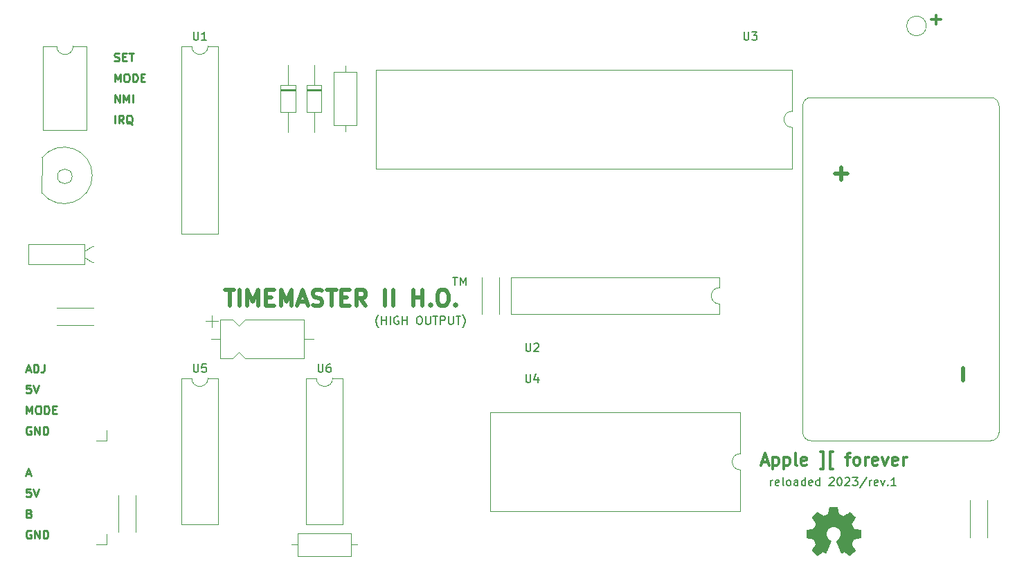
<source format=gbr>
%TF.GenerationSoftware,KiCad,Pcbnew,7.0.5-0*%
%TF.CreationDate,2023-06-19T18:26:53+02:00*%
%TF.ProjectId,Apple TimeMaster - reloaded,4170706c-6520-4546-996d-654d61737465,rev?*%
%TF.SameCoordinates,Original*%
%TF.FileFunction,Legend,Top*%
%TF.FilePolarity,Positive*%
%FSLAX46Y46*%
G04 Gerber Fmt 4.6, Leading zero omitted, Abs format (unit mm)*
G04 Created by KiCad (PCBNEW 7.0.5-0) date 2023-06-19 18:26:53*
%MOMM*%
%LPD*%
G01*
G04 APERTURE LIST*
%ADD10C,0.250000*%
%ADD11C,0.300000*%
%ADD12C,0.500000*%
%ADD13C,0.150000*%
%ADD14C,0.375000*%
%ADD15C,0.120000*%
%ADD16C,0.100000*%
%ADD17C,0.010000*%
G04 APERTURE END LIST*
D10*
X91159949Y-63952000D02*
X91302806Y-63999619D01*
X91302806Y-63999619D02*
X91540901Y-63999619D01*
X91540901Y-63999619D02*
X91636139Y-63952000D01*
X91636139Y-63952000D02*
X91683758Y-63904380D01*
X91683758Y-63904380D02*
X91731377Y-63809142D01*
X91731377Y-63809142D02*
X91731377Y-63713904D01*
X91731377Y-63713904D02*
X91683758Y-63618666D01*
X91683758Y-63618666D02*
X91636139Y-63571047D01*
X91636139Y-63571047D02*
X91540901Y-63523428D01*
X91540901Y-63523428D02*
X91350425Y-63475809D01*
X91350425Y-63475809D02*
X91255187Y-63428190D01*
X91255187Y-63428190D02*
X91207568Y-63380571D01*
X91207568Y-63380571D02*
X91159949Y-63285333D01*
X91159949Y-63285333D02*
X91159949Y-63190095D01*
X91159949Y-63190095D02*
X91207568Y-63094857D01*
X91207568Y-63094857D02*
X91255187Y-63047238D01*
X91255187Y-63047238D02*
X91350425Y-62999619D01*
X91350425Y-62999619D02*
X91588520Y-62999619D01*
X91588520Y-62999619D02*
X91731377Y-63047238D01*
X92159949Y-63475809D02*
X92493282Y-63475809D01*
X92636139Y-63999619D02*
X92159949Y-63999619D01*
X92159949Y-63999619D02*
X92159949Y-62999619D01*
X92159949Y-62999619D02*
X92636139Y-62999619D01*
X92921854Y-62999619D02*
X93493282Y-62999619D01*
X93207568Y-63999619D02*
X93207568Y-62999619D01*
X80936377Y-121467238D02*
X80841139Y-121419619D01*
X80841139Y-121419619D02*
X80698282Y-121419619D01*
X80698282Y-121419619D02*
X80555425Y-121467238D01*
X80555425Y-121467238D02*
X80460187Y-121562476D01*
X80460187Y-121562476D02*
X80412568Y-121657714D01*
X80412568Y-121657714D02*
X80364949Y-121848190D01*
X80364949Y-121848190D02*
X80364949Y-121991047D01*
X80364949Y-121991047D02*
X80412568Y-122181523D01*
X80412568Y-122181523D02*
X80460187Y-122276761D01*
X80460187Y-122276761D02*
X80555425Y-122372000D01*
X80555425Y-122372000D02*
X80698282Y-122419619D01*
X80698282Y-122419619D02*
X80793520Y-122419619D01*
X80793520Y-122419619D02*
X80936377Y-122372000D01*
X80936377Y-122372000D02*
X80983996Y-122324380D01*
X80983996Y-122324380D02*
X80983996Y-121991047D01*
X80983996Y-121991047D02*
X80793520Y-121991047D01*
X81412568Y-122419619D02*
X81412568Y-121419619D01*
X81412568Y-121419619D02*
X81983996Y-122419619D01*
X81983996Y-122419619D02*
X81983996Y-121419619D01*
X82460187Y-122419619D02*
X82460187Y-121419619D01*
X82460187Y-121419619D02*
X82698282Y-121419619D01*
X82698282Y-121419619D02*
X82841139Y-121467238D01*
X82841139Y-121467238D02*
X82936377Y-121562476D01*
X82936377Y-121562476D02*
X82983996Y-121657714D01*
X82983996Y-121657714D02*
X83031615Y-121848190D01*
X83031615Y-121848190D02*
X83031615Y-121991047D01*
X83031615Y-121991047D02*
X82983996Y-122181523D01*
X82983996Y-122181523D02*
X82936377Y-122276761D01*
X82936377Y-122276761D02*
X82841139Y-122372000D01*
X82841139Y-122372000D02*
X82698282Y-122419619D01*
X82698282Y-122419619D02*
X82460187Y-122419619D01*
X80936377Y-108767238D02*
X80841139Y-108719619D01*
X80841139Y-108719619D02*
X80698282Y-108719619D01*
X80698282Y-108719619D02*
X80555425Y-108767238D01*
X80555425Y-108767238D02*
X80460187Y-108862476D01*
X80460187Y-108862476D02*
X80412568Y-108957714D01*
X80412568Y-108957714D02*
X80364949Y-109148190D01*
X80364949Y-109148190D02*
X80364949Y-109291047D01*
X80364949Y-109291047D02*
X80412568Y-109481523D01*
X80412568Y-109481523D02*
X80460187Y-109576761D01*
X80460187Y-109576761D02*
X80555425Y-109672000D01*
X80555425Y-109672000D02*
X80698282Y-109719619D01*
X80698282Y-109719619D02*
X80793520Y-109719619D01*
X80793520Y-109719619D02*
X80936377Y-109672000D01*
X80936377Y-109672000D02*
X80983996Y-109624380D01*
X80983996Y-109624380D02*
X80983996Y-109291047D01*
X80983996Y-109291047D02*
X80793520Y-109291047D01*
X81412568Y-109719619D02*
X81412568Y-108719619D01*
X81412568Y-108719619D02*
X81983996Y-109719619D01*
X81983996Y-109719619D02*
X81983996Y-108719619D01*
X82460187Y-109719619D02*
X82460187Y-108719619D01*
X82460187Y-108719619D02*
X82698282Y-108719619D01*
X82698282Y-108719619D02*
X82841139Y-108767238D01*
X82841139Y-108767238D02*
X82936377Y-108862476D01*
X82936377Y-108862476D02*
X82983996Y-108957714D01*
X82983996Y-108957714D02*
X83031615Y-109148190D01*
X83031615Y-109148190D02*
X83031615Y-109291047D01*
X83031615Y-109291047D02*
X82983996Y-109481523D01*
X82983996Y-109481523D02*
X82936377Y-109576761D01*
X82936377Y-109576761D02*
X82841139Y-109672000D01*
X82841139Y-109672000D02*
X82698282Y-109719619D01*
X82698282Y-109719619D02*
X82460187Y-109719619D01*
X80364949Y-101813904D02*
X80841139Y-101813904D01*
X80269711Y-102099619D02*
X80603044Y-101099619D01*
X80603044Y-101099619D02*
X80936377Y-102099619D01*
X81269711Y-102099619D02*
X81269711Y-101099619D01*
X81269711Y-101099619D02*
X81507806Y-101099619D01*
X81507806Y-101099619D02*
X81650663Y-101147238D01*
X81650663Y-101147238D02*
X81745901Y-101242476D01*
X81745901Y-101242476D02*
X81793520Y-101337714D01*
X81793520Y-101337714D02*
X81841139Y-101528190D01*
X81841139Y-101528190D02*
X81841139Y-101671047D01*
X81841139Y-101671047D02*
X81793520Y-101861523D01*
X81793520Y-101861523D02*
X81745901Y-101956761D01*
X81745901Y-101956761D02*
X81650663Y-102052000D01*
X81650663Y-102052000D02*
X81507806Y-102099619D01*
X81507806Y-102099619D02*
X81269711Y-102099619D01*
X82555425Y-101099619D02*
X82555425Y-101813904D01*
X82555425Y-101813904D02*
X82507806Y-101956761D01*
X82507806Y-101956761D02*
X82412568Y-102052000D01*
X82412568Y-102052000D02*
X82269711Y-102099619D01*
X82269711Y-102099619D02*
X82174473Y-102099619D01*
X91207568Y-66539619D02*
X91207568Y-65539619D01*
X91207568Y-65539619D02*
X91540901Y-66253904D01*
X91540901Y-66253904D02*
X91874234Y-65539619D01*
X91874234Y-65539619D02*
X91874234Y-66539619D01*
X92540901Y-65539619D02*
X92731377Y-65539619D01*
X92731377Y-65539619D02*
X92826615Y-65587238D01*
X92826615Y-65587238D02*
X92921853Y-65682476D01*
X92921853Y-65682476D02*
X92969472Y-65872952D01*
X92969472Y-65872952D02*
X92969472Y-66206285D01*
X92969472Y-66206285D02*
X92921853Y-66396761D01*
X92921853Y-66396761D02*
X92826615Y-66492000D01*
X92826615Y-66492000D02*
X92731377Y-66539619D01*
X92731377Y-66539619D02*
X92540901Y-66539619D01*
X92540901Y-66539619D02*
X92445663Y-66492000D01*
X92445663Y-66492000D02*
X92350425Y-66396761D01*
X92350425Y-66396761D02*
X92302806Y-66206285D01*
X92302806Y-66206285D02*
X92302806Y-65872952D01*
X92302806Y-65872952D02*
X92350425Y-65682476D01*
X92350425Y-65682476D02*
X92445663Y-65587238D01*
X92445663Y-65587238D02*
X92540901Y-65539619D01*
X93398044Y-66539619D02*
X93398044Y-65539619D01*
X93398044Y-65539619D02*
X93636139Y-65539619D01*
X93636139Y-65539619D02*
X93778996Y-65587238D01*
X93778996Y-65587238D02*
X93874234Y-65682476D01*
X93874234Y-65682476D02*
X93921853Y-65777714D01*
X93921853Y-65777714D02*
X93969472Y-65968190D01*
X93969472Y-65968190D02*
X93969472Y-66111047D01*
X93969472Y-66111047D02*
X93921853Y-66301523D01*
X93921853Y-66301523D02*
X93874234Y-66396761D01*
X93874234Y-66396761D02*
X93778996Y-66492000D01*
X93778996Y-66492000D02*
X93636139Y-66539619D01*
X93636139Y-66539619D02*
X93398044Y-66539619D01*
X94398044Y-66015809D02*
X94731377Y-66015809D01*
X94874234Y-66539619D02*
X94398044Y-66539619D01*
X94398044Y-66539619D02*
X94398044Y-65539619D01*
X94398044Y-65539619D02*
X94874234Y-65539619D01*
D11*
X191054510Y-58919400D02*
X192197368Y-58919400D01*
X191625939Y-59490828D02*
X191625939Y-58347971D01*
D10*
X80888758Y-103639619D02*
X80412568Y-103639619D01*
X80412568Y-103639619D02*
X80364949Y-104115809D01*
X80364949Y-104115809D02*
X80412568Y-104068190D01*
X80412568Y-104068190D02*
X80507806Y-104020571D01*
X80507806Y-104020571D02*
X80745901Y-104020571D01*
X80745901Y-104020571D02*
X80841139Y-104068190D01*
X80841139Y-104068190D02*
X80888758Y-104115809D01*
X80888758Y-104115809D02*
X80936377Y-104211047D01*
X80936377Y-104211047D02*
X80936377Y-104449142D01*
X80936377Y-104449142D02*
X80888758Y-104544380D01*
X80888758Y-104544380D02*
X80841139Y-104592000D01*
X80841139Y-104592000D02*
X80745901Y-104639619D01*
X80745901Y-104639619D02*
X80507806Y-104639619D01*
X80507806Y-104639619D02*
X80412568Y-104592000D01*
X80412568Y-104592000D02*
X80364949Y-104544380D01*
X81222092Y-103639619D02*
X81555425Y-104639619D01*
X81555425Y-104639619D02*
X81888758Y-103639619D01*
X91207568Y-71619619D02*
X91207568Y-70619619D01*
X92255186Y-71619619D02*
X91921853Y-71143428D01*
X91683758Y-71619619D02*
X91683758Y-70619619D01*
X91683758Y-70619619D02*
X92064710Y-70619619D01*
X92064710Y-70619619D02*
X92159948Y-70667238D01*
X92159948Y-70667238D02*
X92207567Y-70714857D01*
X92207567Y-70714857D02*
X92255186Y-70810095D01*
X92255186Y-70810095D02*
X92255186Y-70952952D01*
X92255186Y-70952952D02*
X92207567Y-71048190D01*
X92207567Y-71048190D02*
X92159948Y-71095809D01*
X92159948Y-71095809D02*
X92064710Y-71143428D01*
X92064710Y-71143428D02*
X91683758Y-71143428D01*
X93350424Y-71714857D02*
X93255186Y-71667238D01*
X93255186Y-71667238D02*
X93159948Y-71572000D01*
X93159948Y-71572000D02*
X93017091Y-71429142D01*
X93017091Y-71429142D02*
X92921853Y-71381523D01*
X92921853Y-71381523D02*
X92826615Y-71381523D01*
X92874234Y-71619619D02*
X92778996Y-71572000D01*
X92778996Y-71572000D02*
X92683758Y-71476761D01*
X92683758Y-71476761D02*
X92636139Y-71286285D01*
X92636139Y-71286285D02*
X92636139Y-70952952D01*
X92636139Y-70952952D02*
X92683758Y-70762476D01*
X92683758Y-70762476D02*
X92778996Y-70667238D01*
X92778996Y-70667238D02*
X92874234Y-70619619D01*
X92874234Y-70619619D02*
X93064710Y-70619619D01*
X93064710Y-70619619D02*
X93159948Y-70667238D01*
X93159948Y-70667238D02*
X93255186Y-70762476D01*
X93255186Y-70762476D02*
X93302805Y-70952952D01*
X93302805Y-70952952D02*
X93302805Y-71286285D01*
X93302805Y-71286285D02*
X93255186Y-71476761D01*
X93255186Y-71476761D02*
X93159948Y-71572000D01*
X93159948Y-71572000D02*
X93064710Y-71619619D01*
X93064710Y-71619619D02*
X92874234Y-71619619D01*
X80888758Y-116339619D02*
X80412568Y-116339619D01*
X80412568Y-116339619D02*
X80364949Y-116815809D01*
X80364949Y-116815809D02*
X80412568Y-116768190D01*
X80412568Y-116768190D02*
X80507806Y-116720571D01*
X80507806Y-116720571D02*
X80745901Y-116720571D01*
X80745901Y-116720571D02*
X80841139Y-116768190D01*
X80841139Y-116768190D02*
X80888758Y-116815809D01*
X80888758Y-116815809D02*
X80936377Y-116911047D01*
X80936377Y-116911047D02*
X80936377Y-117149142D01*
X80936377Y-117149142D02*
X80888758Y-117244380D01*
X80888758Y-117244380D02*
X80841139Y-117292000D01*
X80841139Y-117292000D02*
X80745901Y-117339619D01*
X80745901Y-117339619D02*
X80507806Y-117339619D01*
X80507806Y-117339619D02*
X80412568Y-117292000D01*
X80412568Y-117292000D02*
X80364949Y-117244380D01*
X81222092Y-116339619D02*
X81555425Y-117339619D01*
X81555425Y-117339619D02*
X81888758Y-116339619D01*
X91207568Y-69079619D02*
X91207568Y-68079619D01*
X91207568Y-68079619D02*
X91778996Y-69079619D01*
X91778996Y-69079619D02*
X91778996Y-68079619D01*
X92255187Y-69079619D02*
X92255187Y-68079619D01*
X92255187Y-68079619D02*
X92588520Y-68793904D01*
X92588520Y-68793904D02*
X92921853Y-68079619D01*
X92921853Y-68079619D02*
X92921853Y-69079619D01*
X93398044Y-69079619D02*
X93398044Y-68079619D01*
X80745901Y-119355809D02*
X80888758Y-119403428D01*
X80888758Y-119403428D02*
X80936377Y-119451047D01*
X80936377Y-119451047D02*
X80983996Y-119546285D01*
X80983996Y-119546285D02*
X80983996Y-119689142D01*
X80983996Y-119689142D02*
X80936377Y-119784380D01*
X80936377Y-119784380D02*
X80888758Y-119832000D01*
X80888758Y-119832000D02*
X80793520Y-119879619D01*
X80793520Y-119879619D02*
X80412568Y-119879619D01*
X80412568Y-119879619D02*
X80412568Y-118879619D01*
X80412568Y-118879619D02*
X80745901Y-118879619D01*
X80745901Y-118879619D02*
X80841139Y-118927238D01*
X80841139Y-118927238D02*
X80888758Y-118974857D01*
X80888758Y-118974857D02*
X80936377Y-119070095D01*
X80936377Y-119070095D02*
X80936377Y-119165333D01*
X80936377Y-119165333D02*
X80888758Y-119260571D01*
X80888758Y-119260571D02*
X80841139Y-119308190D01*
X80841139Y-119308190D02*
X80745901Y-119355809D01*
X80745901Y-119355809D02*
X80412568Y-119355809D01*
D12*
X104659423Y-91963238D02*
X105802280Y-91963238D01*
X105230851Y-93963238D02*
X105230851Y-91963238D01*
X106468947Y-93963238D02*
X106468947Y-91963238D01*
X107421328Y-93963238D02*
X107421328Y-91963238D01*
X107421328Y-91963238D02*
X108087995Y-93391809D01*
X108087995Y-93391809D02*
X108754661Y-91963238D01*
X108754661Y-91963238D02*
X108754661Y-93963238D01*
X109707042Y-92915619D02*
X110373709Y-92915619D01*
X110659423Y-93963238D02*
X109707042Y-93963238D01*
X109707042Y-93963238D02*
X109707042Y-91963238D01*
X109707042Y-91963238D02*
X110659423Y-91963238D01*
X111516566Y-93963238D02*
X111516566Y-91963238D01*
X111516566Y-91963238D02*
X112183233Y-93391809D01*
X112183233Y-93391809D02*
X112849899Y-91963238D01*
X112849899Y-91963238D02*
X112849899Y-93963238D01*
X113707042Y-93391809D02*
X114659423Y-93391809D01*
X113516566Y-93963238D02*
X114183232Y-91963238D01*
X114183232Y-91963238D02*
X114849899Y-93963238D01*
X115421328Y-93868000D02*
X115707042Y-93963238D01*
X115707042Y-93963238D02*
X116183233Y-93963238D01*
X116183233Y-93963238D02*
X116373709Y-93868000D01*
X116373709Y-93868000D02*
X116468947Y-93772761D01*
X116468947Y-93772761D02*
X116564185Y-93582285D01*
X116564185Y-93582285D02*
X116564185Y-93391809D01*
X116564185Y-93391809D02*
X116468947Y-93201333D01*
X116468947Y-93201333D02*
X116373709Y-93106095D01*
X116373709Y-93106095D02*
X116183233Y-93010857D01*
X116183233Y-93010857D02*
X115802280Y-92915619D01*
X115802280Y-92915619D02*
X115611804Y-92820380D01*
X115611804Y-92820380D02*
X115516566Y-92725142D01*
X115516566Y-92725142D02*
X115421328Y-92534666D01*
X115421328Y-92534666D02*
X115421328Y-92344190D01*
X115421328Y-92344190D02*
X115516566Y-92153714D01*
X115516566Y-92153714D02*
X115611804Y-92058476D01*
X115611804Y-92058476D02*
X115802280Y-91963238D01*
X115802280Y-91963238D02*
X116278471Y-91963238D01*
X116278471Y-91963238D02*
X116564185Y-92058476D01*
X117135614Y-91963238D02*
X118278471Y-91963238D01*
X117707042Y-93963238D02*
X117707042Y-91963238D01*
X118945138Y-92915619D02*
X119611805Y-92915619D01*
X119897519Y-93963238D02*
X118945138Y-93963238D01*
X118945138Y-93963238D02*
X118945138Y-91963238D01*
X118945138Y-91963238D02*
X119897519Y-91963238D01*
X121897519Y-93963238D02*
X121230852Y-93010857D01*
X120754662Y-93963238D02*
X120754662Y-91963238D01*
X120754662Y-91963238D02*
X121516567Y-91963238D01*
X121516567Y-91963238D02*
X121707043Y-92058476D01*
X121707043Y-92058476D02*
X121802281Y-92153714D01*
X121802281Y-92153714D02*
X121897519Y-92344190D01*
X121897519Y-92344190D02*
X121897519Y-92629904D01*
X121897519Y-92629904D02*
X121802281Y-92820380D01*
X121802281Y-92820380D02*
X121707043Y-92915619D01*
X121707043Y-92915619D02*
X121516567Y-93010857D01*
X121516567Y-93010857D02*
X120754662Y-93010857D01*
X124278472Y-93963238D02*
X124278472Y-91963238D01*
X125230853Y-93963238D02*
X125230853Y-91963238D01*
X127707044Y-93963238D02*
X127707044Y-91963238D01*
X127707044Y-92915619D02*
X128849901Y-92915619D01*
X128849901Y-93963238D02*
X128849901Y-91963238D01*
X129802282Y-93772761D02*
X129897520Y-93868000D01*
X129897520Y-93868000D02*
X129802282Y-93963238D01*
X129802282Y-93963238D02*
X129707044Y-93868000D01*
X129707044Y-93868000D02*
X129802282Y-93772761D01*
X129802282Y-93772761D02*
X129802282Y-93963238D01*
X131135615Y-91963238D02*
X131516568Y-91963238D01*
X131516568Y-91963238D02*
X131707044Y-92058476D01*
X131707044Y-92058476D02*
X131897520Y-92248952D01*
X131897520Y-92248952D02*
X131992758Y-92629904D01*
X131992758Y-92629904D02*
X131992758Y-93296571D01*
X131992758Y-93296571D02*
X131897520Y-93677523D01*
X131897520Y-93677523D02*
X131707044Y-93868000D01*
X131707044Y-93868000D02*
X131516568Y-93963238D01*
X131516568Y-93963238D02*
X131135615Y-93963238D01*
X131135615Y-93963238D02*
X130945139Y-93868000D01*
X130945139Y-93868000D02*
X130754663Y-93677523D01*
X130754663Y-93677523D02*
X130659425Y-93296571D01*
X130659425Y-93296571D02*
X130659425Y-92629904D01*
X130659425Y-92629904D02*
X130754663Y-92248952D01*
X130754663Y-92248952D02*
X130945139Y-92058476D01*
X130945139Y-92058476D02*
X131135615Y-91963238D01*
X132849901Y-93772761D02*
X132945139Y-93868000D01*
X132945139Y-93868000D02*
X132849901Y-93963238D01*
X132849901Y-93963238D02*
X132754663Y-93868000D01*
X132754663Y-93868000D02*
X132849901Y-93772761D01*
X132849901Y-93772761D02*
X132849901Y-93963238D01*
D13*
X123452493Y-96590771D02*
X123404874Y-96543152D01*
X123404874Y-96543152D02*
X123309636Y-96400295D01*
X123309636Y-96400295D02*
X123262017Y-96305057D01*
X123262017Y-96305057D02*
X123214398Y-96162200D01*
X123214398Y-96162200D02*
X123166779Y-95924104D01*
X123166779Y-95924104D02*
X123166779Y-95733628D01*
X123166779Y-95733628D02*
X123214398Y-95495533D01*
X123214398Y-95495533D02*
X123262017Y-95352676D01*
X123262017Y-95352676D02*
X123309636Y-95257438D01*
X123309636Y-95257438D02*
X123404874Y-95114580D01*
X123404874Y-95114580D02*
X123452493Y-95066961D01*
X123833446Y-96209819D02*
X123833446Y-95209819D01*
X123833446Y-95686009D02*
X124404874Y-95686009D01*
X124404874Y-96209819D02*
X124404874Y-95209819D01*
X124881065Y-96209819D02*
X124881065Y-95209819D01*
X125881064Y-95257438D02*
X125785826Y-95209819D01*
X125785826Y-95209819D02*
X125642969Y-95209819D01*
X125642969Y-95209819D02*
X125500112Y-95257438D01*
X125500112Y-95257438D02*
X125404874Y-95352676D01*
X125404874Y-95352676D02*
X125357255Y-95447914D01*
X125357255Y-95447914D02*
X125309636Y-95638390D01*
X125309636Y-95638390D02*
X125309636Y-95781247D01*
X125309636Y-95781247D02*
X125357255Y-95971723D01*
X125357255Y-95971723D02*
X125404874Y-96066961D01*
X125404874Y-96066961D02*
X125500112Y-96162200D01*
X125500112Y-96162200D02*
X125642969Y-96209819D01*
X125642969Y-96209819D02*
X125738207Y-96209819D01*
X125738207Y-96209819D02*
X125881064Y-96162200D01*
X125881064Y-96162200D02*
X125928683Y-96114580D01*
X125928683Y-96114580D02*
X125928683Y-95781247D01*
X125928683Y-95781247D02*
X125738207Y-95781247D01*
X126357255Y-96209819D02*
X126357255Y-95209819D01*
X126357255Y-95686009D02*
X126928683Y-95686009D01*
X126928683Y-96209819D02*
X126928683Y-95209819D01*
X128357255Y-95209819D02*
X128547731Y-95209819D01*
X128547731Y-95209819D02*
X128642969Y-95257438D01*
X128642969Y-95257438D02*
X128738207Y-95352676D01*
X128738207Y-95352676D02*
X128785826Y-95543152D01*
X128785826Y-95543152D02*
X128785826Y-95876485D01*
X128785826Y-95876485D02*
X128738207Y-96066961D01*
X128738207Y-96066961D02*
X128642969Y-96162200D01*
X128642969Y-96162200D02*
X128547731Y-96209819D01*
X128547731Y-96209819D02*
X128357255Y-96209819D01*
X128357255Y-96209819D02*
X128262017Y-96162200D01*
X128262017Y-96162200D02*
X128166779Y-96066961D01*
X128166779Y-96066961D02*
X128119160Y-95876485D01*
X128119160Y-95876485D02*
X128119160Y-95543152D01*
X128119160Y-95543152D02*
X128166779Y-95352676D01*
X128166779Y-95352676D02*
X128262017Y-95257438D01*
X128262017Y-95257438D02*
X128357255Y-95209819D01*
X129214398Y-95209819D02*
X129214398Y-96019342D01*
X129214398Y-96019342D02*
X129262017Y-96114580D01*
X129262017Y-96114580D02*
X129309636Y-96162200D01*
X129309636Y-96162200D02*
X129404874Y-96209819D01*
X129404874Y-96209819D02*
X129595350Y-96209819D01*
X129595350Y-96209819D02*
X129690588Y-96162200D01*
X129690588Y-96162200D02*
X129738207Y-96114580D01*
X129738207Y-96114580D02*
X129785826Y-96019342D01*
X129785826Y-96019342D02*
X129785826Y-95209819D01*
X130119160Y-95209819D02*
X130690588Y-95209819D01*
X130404874Y-96209819D02*
X130404874Y-95209819D01*
X131023922Y-96209819D02*
X131023922Y-95209819D01*
X131023922Y-95209819D02*
X131404874Y-95209819D01*
X131404874Y-95209819D02*
X131500112Y-95257438D01*
X131500112Y-95257438D02*
X131547731Y-95305057D01*
X131547731Y-95305057D02*
X131595350Y-95400295D01*
X131595350Y-95400295D02*
X131595350Y-95543152D01*
X131595350Y-95543152D02*
X131547731Y-95638390D01*
X131547731Y-95638390D02*
X131500112Y-95686009D01*
X131500112Y-95686009D02*
X131404874Y-95733628D01*
X131404874Y-95733628D02*
X131023922Y-95733628D01*
X132023922Y-95209819D02*
X132023922Y-96019342D01*
X132023922Y-96019342D02*
X132071541Y-96114580D01*
X132071541Y-96114580D02*
X132119160Y-96162200D01*
X132119160Y-96162200D02*
X132214398Y-96209819D01*
X132214398Y-96209819D02*
X132404874Y-96209819D01*
X132404874Y-96209819D02*
X132500112Y-96162200D01*
X132500112Y-96162200D02*
X132547731Y-96114580D01*
X132547731Y-96114580D02*
X132595350Y-96019342D01*
X132595350Y-96019342D02*
X132595350Y-95209819D01*
X132928684Y-95209819D02*
X133500112Y-95209819D01*
X133214398Y-96209819D02*
X133214398Y-95209819D01*
X133738208Y-96590771D02*
X133785827Y-96543152D01*
X133785827Y-96543152D02*
X133881065Y-96400295D01*
X133881065Y-96400295D02*
X133928684Y-96305057D01*
X133928684Y-96305057D02*
X133976303Y-96162200D01*
X133976303Y-96162200D02*
X134023922Y-95924104D01*
X134023922Y-95924104D02*
X134023922Y-95733628D01*
X134023922Y-95733628D02*
X133976303Y-95495533D01*
X133976303Y-95495533D02*
X133928684Y-95352676D01*
X133928684Y-95352676D02*
X133881065Y-95257438D01*
X133881065Y-95257438D02*
X133785827Y-95114580D01*
X133785827Y-95114580D02*
X133738208Y-95066961D01*
D10*
X80412568Y-107179619D02*
X80412568Y-106179619D01*
X80412568Y-106179619D02*
X80745901Y-106893904D01*
X80745901Y-106893904D02*
X81079234Y-106179619D01*
X81079234Y-106179619D02*
X81079234Y-107179619D01*
X81745901Y-106179619D02*
X81936377Y-106179619D01*
X81936377Y-106179619D02*
X82031615Y-106227238D01*
X82031615Y-106227238D02*
X82126853Y-106322476D01*
X82126853Y-106322476D02*
X82174472Y-106512952D01*
X82174472Y-106512952D02*
X82174472Y-106846285D01*
X82174472Y-106846285D02*
X82126853Y-107036761D01*
X82126853Y-107036761D02*
X82031615Y-107132000D01*
X82031615Y-107132000D02*
X81936377Y-107179619D01*
X81936377Y-107179619D02*
X81745901Y-107179619D01*
X81745901Y-107179619D02*
X81650663Y-107132000D01*
X81650663Y-107132000D02*
X81555425Y-107036761D01*
X81555425Y-107036761D02*
X81507806Y-106846285D01*
X81507806Y-106846285D02*
X81507806Y-106512952D01*
X81507806Y-106512952D02*
X81555425Y-106322476D01*
X81555425Y-106322476D02*
X81650663Y-106227238D01*
X81650663Y-106227238D02*
X81745901Y-106179619D01*
X82603044Y-107179619D02*
X82603044Y-106179619D01*
X82603044Y-106179619D02*
X82841139Y-106179619D01*
X82841139Y-106179619D02*
X82983996Y-106227238D01*
X82983996Y-106227238D02*
X83079234Y-106322476D01*
X83079234Y-106322476D02*
X83126853Y-106417714D01*
X83126853Y-106417714D02*
X83174472Y-106608190D01*
X83174472Y-106608190D02*
X83174472Y-106751047D01*
X83174472Y-106751047D02*
X83126853Y-106941523D01*
X83126853Y-106941523D02*
X83079234Y-107036761D01*
X83079234Y-107036761D02*
X82983996Y-107132000D01*
X82983996Y-107132000D02*
X82841139Y-107179619D01*
X82841139Y-107179619D02*
X82603044Y-107179619D01*
X83603044Y-106655809D02*
X83936377Y-106655809D01*
X84079234Y-107179619D02*
X83603044Y-107179619D01*
X83603044Y-107179619D02*
X83603044Y-106179619D01*
X83603044Y-106179619D02*
X84079234Y-106179619D01*
D13*
X171405779Y-115947819D02*
X171405779Y-115281152D01*
X171405779Y-115471628D02*
X171453398Y-115376390D01*
X171453398Y-115376390D02*
X171501017Y-115328771D01*
X171501017Y-115328771D02*
X171596255Y-115281152D01*
X171596255Y-115281152D02*
X171691493Y-115281152D01*
X172405779Y-115900200D02*
X172310541Y-115947819D01*
X172310541Y-115947819D02*
X172120065Y-115947819D01*
X172120065Y-115947819D02*
X172024827Y-115900200D01*
X172024827Y-115900200D02*
X171977208Y-115804961D01*
X171977208Y-115804961D02*
X171977208Y-115424009D01*
X171977208Y-115424009D02*
X172024827Y-115328771D01*
X172024827Y-115328771D02*
X172120065Y-115281152D01*
X172120065Y-115281152D02*
X172310541Y-115281152D01*
X172310541Y-115281152D02*
X172405779Y-115328771D01*
X172405779Y-115328771D02*
X172453398Y-115424009D01*
X172453398Y-115424009D02*
X172453398Y-115519247D01*
X172453398Y-115519247D02*
X171977208Y-115614485D01*
X173024827Y-115947819D02*
X172929589Y-115900200D01*
X172929589Y-115900200D02*
X172881970Y-115804961D01*
X172881970Y-115804961D02*
X172881970Y-114947819D01*
X173548637Y-115947819D02*
X173453399Y-115900200D01*
X173453399Y-115900200D02*
X173405780Y-115852580D01*
X173405780Y-115852580D02*
X173358161Y-115757342D01*
X173358161Y-115757342D02*
X173358161Y-115471628D01*
X173358161Y-115471628D02*
X173405780Y-115376390D01*
X173405780Y-115376390D02*
X173453399Y-115328771D01*
X173453399Y-115328771D02*
X173548637Y-115281152D01*
X173548637Y-115281152D02*
X173691494Y-115281152D01*
X173691494Y-115281152D02*
X173786732Y-115328771D01*
X173786732Y-115328771D02*
X173834351Y-115376390D01*
X173834351Y-115376390D02*
X173881970Y-115471628D01*
X173881970Y-115471628D02*
X173881970Y-115757342D01*
X173881970Y-115757342D02*
X173834351Y-115852580D01*
X173834351Y-115852580D02*
X173786732Y-115900200D01*
X173786732Y-115900200D02*
X173691494Y-115947819D01*
X173691494Y-115947819D02*
X173548637Y-115947819D01*
X174739113Y-115947819D02*
X174739113Y-115424009D01*
X174739113Y-115424009D02*
X174691494Y-115328771D01*
X174691494Y-115328771D02*
X174596256Y-115281152D01*
X174596256Y-115281152D02*
X174405780Y-115281152D01*
X174405780Y-115281152D02*
X174310542Y-115328771D01*
X174739113Y-115900200D02*
X174643875Y-115947819D01*
X174643875Y-115947819D02*
X174405780Y-115947819D01*
X174405780Y-115947819D02*
X174310542Y-115900200D01*
X174310542Y-115900200D02*
X174262923Y-115804961D01*
X174262923Y-115804961D02*
X174262923Y-115709723D01*
X174262923Y-115709723D02*
X174310542Y-115614485D01*
X174310542Y-115614485D02*
X174405780Y-115566866D01*
X174405780Y-115566866D02*
X174643875Y-115566866D01*
X174643875Y-115566866D02*
X174739113Y-115519247D01*
X175643875Y-115947819D02*
X175643875Y-114947819D01*
X175643875Y-115900200D02*
X175548637Y-115947819D01*
X175548637Y-115947819D02*
X175358161Y-115947819D01*
X175358161Y-115947819D02*
X175262923Y-115900200D01*
X175262923Y-115900200D02*
X175215304Y-115852580D01*
X175215304Y-115852580D02*
X175167685Y-115757342D01*
X175167685Y-115757342D02*
X175167685Y-115471628D01*
X175167685Y-115471628D02*
X175215304Y-115376390D01*
X175215304Y-115376390D02*
X175262923Y-115328771D01*
X175262923Y-115328771D02*
X175358161Y-115281152D01*
X175358161Y-115281152D02*
X175548637Y-115281152D01*
X175548637Y-115281152D02*
X175643875Y-115328771D01*
X176501018Y-115900200D02*
X176405780Y-115947819D01*
X176405780Y-115947819D02*
X176215304Y-115947819D01*
X176215304Y-115947819D02*
X176120066Y-115900200D01*
X176120066Y-115900200D02*
X176072447Y-115804961D01*
X176072447Y-115804961D02*
X176072447Y-115424009D01*
X176072447Y-115424009D02*
X176120066Y-115328771D01*
X176120066Y-115328771D02*
X176215304Y-115281152D01*
X176215304Y-115281152D02*
X176405780Y-115281152D01*
X176405780Y-115281152D02*
X176501018Y-115328771D01*
X176501018Y-115328771D02*
X176548637Y-115424009D01*
X176548637Y-115424009D02*
X176548637Y-115519247D01*
X176548637Y-115519247D02*
X176072447Y-115614485D01*
X177405780Y-115947819D02*
X177405780Y-114947819D01*
X177405780Y-115900200D02*
X177310542Y-115947819D01*
X177310542Y-115947819D02*
X177120066Y-115947819D01*
X177120066Y-115947819D02*
X177024828Y-115900200D01*
X177024828Y-115900200D02*
X176977209Y-115852580D01*
X176977209Y-115852580D02*
X176929590Y-115757342D01*
X176929590Y-115757342D02*
X176929590Y-115471628D01*
X176929590Y-115471628D02*
X176977209Y-115376390D01*
X176977209Y-115376390D02*
X177024828Y-115328771D01*
X177024828Y-115328771D02*
X177120066Y-115281152D01*
X177120066Y-115281152D02*
X177310542Y-115281152D01*
X177310542Y-115281152D02*
X177405780Y-115328771D01*
X178596257Y-115043057D02*
X178643876Y-114995438D01*
X178643876Y-114995438D02*
X178739114Y-114947819D01*
X178739114Y-114947819D02*
X178977209Y-114947819D01*
X178977209Y-114947819D02*
X179072447Y-114995438D01*
X179072447Y-114995438D02*
X179120066Y-115043057D01*
X179120066Y-115043057D02*
X179167685Y-115138295D01*
X179167685Y-115138295D02*
X179167685Y-115233533D01*
X179167685Y-115233533D02*
X179120066Y-115376390D01*
X179120066Y-115376390D02*
X178548638Y-115947819D01*
X178548638Y-115947819D02*
X179167685Y-115947819D01*
X179786733Y-114947819D02*
X179881971Y-114947819D01*
X179881971Y-114947819D02*
X179977209Y-114995438D01*
X179977209Y-114995438D02*
X180024828Y-115043057D01*
X180024828Y-115043057D02*
X180072447Y-115138295D01*
X180072447Y-115138295D02*
X180120066Y-115328771D01*
X180120066Y-115328771D02*
X180120066Y-115566866D01*
X180120066Y-115566866D02*
X180072447Y-115757342D01*
X180072447Y-115757342D02*
X180024828Y-115852580D01*
X180024828Y-115852580D02*
X179977209Y-115900200D01*
X179977209Y-115900200D02*
X179881971Y-115947819D01*
X179881971Y-115947819D02*
X179786733Y-115947819D01*
X179786733Y-115947819D02*
X179691495Y-115900200D01*
X179691495Y-115900200D02*
X179643876Y-115852580D01*
X179643876Y-115852580D02*
X179596257Y-115757342D01*
X179596257Y-115757342D02*
X179548638Y-115566866D01*
X179548638Y-115566866D02*
X179548638Y-115328771D01*
X179548638Y-115328771D02*
X179596257Y-115138295D01*
X179596257Y-115138295D02*
X179643876Y-115043057D01*
X179643876Y-115043057D02*
X179691495Y-114995438D01*
X179691495Y-114995438D02*
X179786733Y-114947819D01*
X180501019Y-115043057D02*
X180548638Y-114995438D01*
X180548638Y-114995438D02*
X180643876Y-114947819D01*
X180643876Y-114947819D02*
X180881971Y-114947819D01*
X180881971Y-114947819D02*
X180977209Y-114995438D01*
X180977209Y-114995438D02*
X181024828Y-115043057D01*
X181024828Y-115043057D02*
X181072447Y-115138295D01*
X181072447Y-115138295D02*
X181072447Y-115233533D01*
X181072447Y-115233533D02*
X181024828Y-115376390D01*
X181024828Y-115376390D02*
X180453400Y-115947819D01*
X180453400Y-115947819D02*
X181072447Y-115947819D01*
X181405781Y-114947819D02*
X182024828Y-114947819D01*
X182024828Y-114947819D02*
X181691495Y-115328771D01*
X181691495Y-115328771D02*
X181834352Y-115328771D01*
X181834352Y-115328771D02*
X181929590Y-115376390D01*
X181929590Y-115376390D02*
X181977209Y-115424009D01*
X181977209Y-115424009D02*
X182024828Y-115519247D01*
X182024828Y-115519247D02*
X182024828Y-115757342D01*
X182024828Y-115757342D02*
X181977209Y-115852580D01*
X181977209Y-115852580D02*
X181929590Y-115900200D01*
X181929590Y-115900200D02*
X181834352Y-115947819D01*
X181834352Y-115947819D02*
X181548638Y-115947819D01*
X181548638Y-115947819D02*
X181453400Y-115900200D01*
X181453400Y-115900200D02*
X181405781Y-115852580D01*
X183167685Y-114900200D02*
X182310543Y-116185914D01*
X183501019Y-115947819D02*
X183501019Y-115281152D01*
X183501019Y-115471628D02*
X183548638Y-115376390D01*
X183548638Y-115376390D02*
X183596257Y-115328771D01*
X183596257Y-115328771D02*
X183691495Y-115281152D01*
X183691495Y-115281152D02*
X183786733Y-115281152D01*
X184501019Y-115900200D02*
X184405781Y-115947819D01*
X184405781Y-115947819D02*
X184215305Y-115947819D01*
X184215305Y-115947819D02*
X184120067Y-115900200D01*
X184120067Y-115900200D02*
X184072448Y-115804961D01*
X184072448Y-115804961D02*
X184072448Y-115424009D01*
X184072448Y-115424009D02*
X184120067Y-115328771D01*
X184120067Y-115328771D02*
X184215305Y-115281152D01*
X184215305Y-115281152D02*
X184405781Y-115281152D01*
X184405781Y-115281152D02*
X184501019Y-115328771D01*
X184501019Y-115328771D02*
X184548638Y-115424009D01*
X184548638Y-115424009D02*
X184548638Y-115519247D01*
X184548638Y-115519247D02*
X184072448Y-115614485D01*
X184881972Y-115281152D02*
X185120067Y-115947819D01*
X185120067Y-115947819D02*
X185358162Y-115281152D01*
X185739115Y-115852580D02*
X185786734Y-115900200D01*
X185786734Y-115900200D02*
X185739115Y-115947819D01*
X185739115Y-115947819D02*
X185691496Y-115900200D01*
X185691496Y-115900200D02*
X185739115Y-115852580D01*
X185739115Y-115852580D02*
X185739115Y-115947819D01*
X186739114Y-115947819D02*
X186167686Y-115947819D01*
X186453400Y-115947819D02*
X186453400Y-114947819D01*
X186453400Y-114947819D02*
X186358162Y-115090676D01*
X186358162Y-115090676D02*
X186262924Y-115185914D01*
X186262924Y-115185914D02*
X186167686Y-115233533D01*
D10*
X80364949Y-114513904D02*
X80841139Y-114513904D01*
X80269711Y-114799619D02*
X80603044Y-113799619D01*
X80603044Y-113799619D02*
X80936377Y-114799619D01*
D14*
X170331424Y-113033357D02*
X171045710Y-113033357D01*
X170188567Y-113461928D02*
X170688567Y-111961928D01*
X170688567Y-111961928D02*
X171188567Y-113461928D01*
X171688566Y-112461928D02*
X171688566Y-113961928D01*
X171688566Y-112533357D02*
X171831424Y-112461928D01*
X171831424Y-112461928D02*
X172117138Y-112461928D01*
X172117138Y-112461928D02*
X172259995Y-112533357D01*
X172259995Y-112533357D02*
X172331424Y-112604785D01*
X172331424Y-112604785D02*
X172402852Y-112747642D01*
X172402852Y-112747642D02*
X172402852Y-113176214D01*
X172402852Y-113176214D02*
X172331424Y-113319071D01*
X172331424Y-113319071D02*
X172259995Y-113390500D01*
X172259995Y-113390500D02*
X172117138Y-113461928D01*
X172117138Y-113461928D02*
X171831424Y-113461928D01*
X171831424Y-113461928D02*
X171688566Y-113390500D01*
X173045709Y-112461928D02*
X173045709Y-113961928D01*
X173045709Y-112533357D02*
X173188567Y-112461928D01*
X173188567Y-112461928D02*
X173474281Y-112461928D01*
X173474281Y-112461928D02*
X173617138Y-112533357D01*
X173617138Y-112533357D02*
X173688567Y-112604785D01*
X173688567Y-112604785D02*
X173759995Y-112747642D01*
X173759995Y-112747642D02*
X173759995Y-113176214D01*
X173759995Y-113176214D02*
X173688567Y-113319071D01*
X173688567Y-113319071D02*
X173617138Y-113390500D01*
X173617138Y-113390500D02*
X173474281Y-113461928D01*
X173474281Y-113461928D02*
X173188567Y-113461928D01*
X173188567Y-113461928D02*
X173045709Y-113390500D01*
X174617138Y-113461928D02*
X174474281Y-113390500D01*
X174474281Y-113390500D02*
X174402852Y-113247642D01*
X174402852Y-113247642D02*
X174402852Y-111961928D01*
X175759995Y-113390500D02*
X175617138Y-113461928D01*
X175617138Y-113461928D02*
X175331424Y-113461928D01*
X175331424Y-113461928D02*
X175188566Y-113390500D01*
X175188566Y-113390500D02*
X175117138Y-113247642D01*
X175117138Y-113247642D02*
X175117138Y-112676214D01*
X175117138Y-112676214D02*
X175188566Y-112533357D01*
X175188566Y-112533357D02*
X175331424Y-112461928D01*
X175331424Y-112461928D02*
X175617138Y-112461928D01*
X175617138Y-112461928D02*
X175759995Y-112533357D01*
X175759995Y-112533357D02*
X175831424Y-112676214D01*
X175831424Y-112676214D02*
X175831424Y-112819071D01*
X175831424Y-112819071D02*
X175117138Y-112961928D01*
X177474280Y-113961928D02*
X177831423Y-113961928D01*
X177831423Y-113961928D02*
X177831423Y-111819071D01*
X177831423Y-111819071D02*
X177474280Y-111819071D01*
X179045709Y-113961928D02*
X178688566Y-113961928D01*
X178688566Y-113961928D02*
X178688566Y-111819071D01*
X178688566Y-111819071D02*
X179045709Y-111819071D01*
X180545709Y-112461928D02*
X181117137Y-112461928D01*
X180759994Y-113461928D02*
X180759994Y-112176214D01*
X180759994Y-112176214D02*
X180831423Y-112033357D01*
X180831423Y-112033357D02*
X180974280Y-111961928D01*
X180974280Y-111961928D02*
X181117137Y-111961928D01*
X181831423Y-113461928D02*
X181688566Y-113390500D01*
X181688566Y-113390500D02*
X181617137Y-113319071D01*
X181617137Y-113319071D02*
X181545709Y-113176214D01*
X181545709Y-113176214D02*
X181545709Y-112747642D01*
X181545709Y-112747642D02*
X181617137Y-112604785D01*
X181617137Y-112604785D02*
X181688566Y-112533357D01*
X181688566Y-112533357D02*
X181831423Y-112461928D01*
X181831423Y-112461928D02*
X182045709Y-112461928D01*
X182045709Y-112461928D02*
X182188566Y-112533357D01*
X182188566Y-112533357D02*
X182259995Y-112604785D01*
X182259995Y-112604785D02*
X182331423Y-112747642D01*
X182331423Y-112747642D02*
X182331423Y-113176214D01*
X182331423Y-113176214D02*
X182259995Y-113319071D01*
X182259995Y-113319071D02*
X182188566Y-113390500D01*
X182188566Y-113390500D02*
X182045709Y-113461928D01*
X182045709Y-113461928D02*
X181831423Y-113461928D01*
X182974280Y-113461928D02*
X182974280Y-112461928D01*
X182974280Y-112747642D02*
X183045709Y-112604785D01*
X183045709Y-112604785D02*
X183117138Y-112533357D01*
X183117138Y-112533357D02*
X183259995Y-112461928D01*
X183259995Y-112461928D02*
X183402852Y-112461928D01*
X184474280Y-113390500D02*
X184331423Y-113461928D01*
X184331423Y-113461928D02*
X184045709Y-113461928D01*
X184045709Y-113461928D02*
X183902851Y-113390500D01*
X183902851Y-113390500D02*
X183831423Y-113247642D01*
X183831423Y-113247642D02*
X183831423Y-112676214D01*
X183831423Y-112676214D02*
X183902851Y-112533357D01*
X183902851Y-112533357D02*
X184045709Y-112461928D01*
X184045709Y-112461928D02*
X184331423Y-112461928D01*
X184331423Y-112461928D02*
X184474280Y-112533357D01*
X184474280Y-112533357D02*
X184545709Y-112676214D01*
X184545709Y-112676214D02*
X184545709Y-112819071D01*
X184545709Y-112819071D02*
X183831423Y-112961928D01*
X185045708Y-112461928D02*
X185402851Y-113461928D01*
X185402851Y-113461928D02*
X185759994Y-112461928D01*
X186902851Y-113390500D02*
X186759994Y-113461928D01*
X186759994Y-113461928D02*
X186474280Y-113461928D01*
X186474280Y-113461928D02*
X186331422Y-113390500D01*
X186331422Y-113390500D02*
X186259994Y-113247642D01*
X186259994Y-113247642D02*
X186259994Y-112676214D01*
X186259994Y-112676214D02*
X186331422Y-112533357D01*
X186331422Y-112533357D02*
X186474280Y-112461928D01*
X186474280Y-112461928D02*
X186759994Y-112461928D01*
X186759994Y-112461928D02*
X186902851Y-112533357D01*
X186902851Y-112533357D02*
X186974280Y-112676214D01*
X186974280Y-112676214D02*
X186974280Y-112819071D01*
X186974280Y-112819071D02*
X186259994Y-112961928D01*
X187617136Y-113461928D02*
X187617136Y-112461928D01*
X187617136Y-112747642D02*
X187688565Y-112604785D01*
X187688565Y-112604785D02*
X187759994Y-112533357D01*
X187759994Y-112533357D02*
X187902851Y-112461928D01*
X187902851Y-112461928D02*
X188045708Y-112461928D01*
D13*
X132533922Y-90429819D02*
X133105350Y-90429819D01*
X132819636Y-91429819D02*
X132819636Y-90429819D01*
X133438684Y-91429819D02*
X133438684Y-90429819D01*
X133438684Y-90429819D02*
X133772017Y-91144104D01*
X133772017Y-91144104D02*
X134105350Y-90429819D01*
X134105350Y-90429819D02*
X134105350Y-91429819D01*
%TO.C,U1*%
X100838095Y-60414819D02*
X100838095Y-61224342D01*
X100838095Y-61224342D02*
X100885714Y-61319580D01*
X100885714Y-61319580D02*
X100933333Y-61367200D01*
X100933333Y-61367200D02*
X101028571Y-61414819D01*
X101028571Y-61414819D02*
X101219047Y-61414819D01*
X101219047Y-61414819D02*
X101314285Y-61367200D01*
X101314285Y-61367200D02*
X101361904Y-61319580D01*
X101361904Y-61319580D02*
X101409523Y-61224342D01*
X101409523Y-61224342D02*
X101409523Y-60414819D01*
X102409523Y-61414819D02*
X101838095Y-61414819D01*
X102123809Y-61414819D02*
X102123809Y-60414819D01*
X102123809Y-60414819D02*
X102028571Y-60557676D01*
X102028571Y-60557676D02*
X101933333Y-60652914D01*
X101933333Y-60652914D02*
X101838095Y-60700533D01*
%TO.C,U3*%
X168148095Y-60414819D02*
X168148095Y-61224342D01*
X168148095Y-61224342D02*
X168195714Y-61319580D01*
X168195714Y-61319580D02*
X168243333Y-61367200D01*
X168243333Y-61367200D02*
X168338571Y-61414819D01*
X168338571Y-61414819D02*
X168529047Y-61414819D01*
X168529047Y-61414819D02*
X168624285Y-61367200D01*
X168624285Y-61367200D02*
X168671904Y-61319580D01*
X168671904Y-61319580D02*
X168719523Y-61224342D01*
X168719523Y-61224342D02*
X168719523Y-60414819D01*
X169100476Y-60414819D02*
X169719523Y-60414819D01*
X169719523Y-60414819D02*
X169386190Y-60795771D01*
X169386190Y-60795771D02*
X169529047Y-60795771D01*
X169529047Y-60795771D02*
X169624285Y-60843390D01*
X169624285Y-60843390D02*
X169671904Y-60891009D01*
X169671904Y-60891009D02*
X169719523Y-60986247D01*
X169719523Y-60986247D02*
X169719523Y-61224342D01*
X169719523Y-61224342D02*
X169671904Y-61319580D01*
X169671904Y-61319580D02*
X169624285Y-61367200D01*
X169624285Y-61367200D02*
X169529047Y-61414819D01*
X169529047Y-61414819D02*
X169243333Y-61414819D01*
X169243333Y-61414819D02*
X169148095Y-61367200D01*
X169148095Y-61367200D02*
X169100476Y-61319580D01*
%TO.C,U6*%
X116078095Y-101054819D02*
X116078095Y-101864342D01*
X116078095Y-101864342D02*
X116125714Y-101959580D01*
X116125714Y-101959580D02*
X116173333Y-102007200D01*
X116173333Y-102007200D02*
X116268571Y-102054819D01*
X116268571Y-102054819D02*
X116459047Y-102054819D01*
X116459047Y-102054819D02*
X116554285Y-102007200D01*
X116554285Y-102007200D02*
X116601904Y-101959580D01*
X116601904Y-101959580D02*
X116649523Y-101864342D01*
X116649523Y-101864342D02*
X116649523Y-101054819D01*
X117554285Y-101054819D02*
X117363809Y-101054819D01*
X117363809Y-101054819D02*
X117268571Y-101102438D01*
X117268571Y-101102438D02*
X117220952Y-101150057D01*
X117220952Y-101150057D02*
X117125714Y-101292914D01*
X117125714Y-101292914D02*
X117078095Y-101483390D01*
X117078095Y-101483390D02*
X117078095Y-101864342D01*
X117078095Y-101864342D02*
X117125714Y-101959580D01*
X117125714Y-101959580D02*
X117173333Y-102007200D01*
X117173333Y-102007200D02*
X117268571Y-102054819D01*
X117268571Y-102054819D02*
X117459047Y-102054819D01*
X117459047Y-102054819D02*
X117554285Y-102007200D01*
X117554285Y-102007200D02*
X117601904Y-101959580D01*
X117601904Y-101959580D02*
X117649523Y-101864342D01*
X117649523Y-101864342D02*
X117649523Y-101626247D01*
X117649523Y-101626247D02*
X117601904Y-101531009D01*
X117601904Y-101531009D02*
X117554285Y-101483390D01*
X117554285Y-101483390D02*
X117459047Y-101435771D01*
X117459047Y-101435771D02*
X117268571Y-101435771D01*
X117268571Y-101435771D02*
X117173333Y-101483390D01*
X117173333Y-101483390D02*
X117125714Y-101531009D01*
X117125714Y-101531009D02*
X117078095Y-101626247D01*
%TO.C,U2*%
X141478095Y-98514819D02*
X141478095Y-99324342D01*
X141478095Y-99324342D02*
X141525714Y-99419580D01*
X141525714Y-99419580D02*
X141573333Y-99467200D01*
X141573333Y-99467200D02*
X141668571Y-99514819D01*
X141668571Y-99514819D02*
X141859047Y-99514819D01*
X141859047Y-99514819D02*
X141954285Y-99467200D01*
X141954285Y-99467200D02*
X142001904Y-99419580D01*
X142001904Y-99419580D02*
X142049523Y-99324342D01*
X142049523Y-99324342D02*
X142049523Y-98514819D01*
X142478095Y-98610057D02*
X142525714Y-98562438D01*
X142525714Y-98562438D02*
X142620952Y-98514819D01*
X142620952Y-98514819D02*
X142859047Y-98514819D01*
X142859047Y-98514819D02*
X142954285Y-98562438D01*
X142954285Y-98562438D02*
X143001904Y-98610057D01*
X143001904Y-98610057D02*
X143049523Y-98705295D01*
X143049523Y-98705295D02*
X143049523Y-98800533D01*
X143049523Y-98800533D02*
X143001904Y-98943390D01*
X143001904Y-98943390D02*
X142430476Y-99514819D01*
X142430476Y-99514819D02*
X143049523Y-99514819D01*
D12*
%TO.C,BT1*%
X194962333Y-103054862D02*
X194962333Y-101531053D01*
X179260137Y-77767333D02*
X180783947Y-77767333D01*
X180022042Y-78529238D02*
X180022042Y-77005428D01*
D13*
%TO.C,U4*%
X141478095Y-102324819D02*
X141478095Y-103134342D01*
X141478095Y-103134342D02*
X141525714Y-103229580D01*
X141525714Y-103229580D02*
X141573333Y-103277200D01*
X141573333Y-103277200D02*
X141668571Y-103324819D01*
X141668571Y-103324819D02*
X141859047Y-103324819D01*
X141859047Y-103324819D02*
X141954285Y-103277200D01*
X141954285Y-103277200D02*
X142001904Y-103229580D01*
X142001904Y-103229580D02*
X142049523Y-103134342D01*
X142049523Y-103134342D02*
X142049523Y-102324819D01*
X142954285Y-102658152D02*
X142954285Y-103324819D01*
X142716190Y-102277200D02*
X142478095Y-102991485D01*
X142478095Y-102991485D02*
X143097142Y-102991485D01*
%TO.C,U5*%
X100838095Y-101054819D02*
X100838095Y-101864342D01*
X100838095Y-101864342D02*
X100885714Y-101959580D01*
X100885714Y-101959580D02*
X100933333Y-102007200D01*
X100933333Y-102007200D02*
X101028571Y-102054819D01*
X101028571Y-102054819D02*
X101219047Y-102054819D01*
X101219047Y-102054819D02*
X101314285Y-102007200D01*
X101314285Y-102007200D02*
X101361904Y-101959580D01*
X101361904Y-101959580D02*
X101409523Y-101864342D01*
X101409523Y-101864342D02*
X101409523Y-101054819D01*
X102361904Y-101054819D02*
X101885714Y-101054819D01*
X101885714Y-101054819D02*
X101838095Y-101531009D01*
X101838095Y-101531009D02*
X101885714Y-101483390D01*
X101885714Y-101483390D02*
X101980952Y-101435771D01*
X101980952Y-101435771D02*
X102219047Y-101435771D01*
X102219047Y-101435771D02*
X102314285Y-101483390D01*
X102314285Y-101483390D02*
X102361904Y-101531009D01*
X102361904Y-101531009D02*
X102409523Y-101626247D01*
X102409523Y-101626247D02*
X102409523Y-101864342D01*
X102409523Y-101864342D02*
X102361904Y-101959580D01*
X102361904Y-101959580D02*
X102314285Y-102007200D01*
X102314285Y-102007200D02*
X102219047Y-102054819D01*
X102219047Y-102054819D02*
X101980952Y-102054819D01*
X101980952Y-102054819D02*
X101885714Y-102007200D01*
X101885714Y-102007200D02*
X101838095Y-101959580D01*
D15*
%TO.C,C5*%
X138220000Y-90440000D02*
X138205000Y-90440000D01*
X138220000Y-90440000D02*
X138220000Y-94980000D01*
X136095000Y-90440000D02*
X136080000Y-90440000D01*
X136080000Y-90440000D02*
X136080000Y-94980000D01*
X138220000Y-94980000D02*
X138205000Y-94980000D01*
X136095000Y-94980000D02*
X136080000Y-94980000D01*
%TO.C,C6*%
X102350000Y-95832500D02*
X103850000Y-95832500D01*
X102960000Y-98032500D02*
X104100000Y-98032500D01*
X103100000Y-95082500D02*
X103100000Y-96582500D01*
X104100000Y-95662500D02*
X104100000Y-100402500D01*
X104100000Y-95662500D02*
X105600000Y-95662500D01*
X104100000Y-100402500D02*
X105600000Y-100402500D01*
X105600000Y-95662500D02*
X106350000Y-96412500D01*
X105600000Y-100402500D02*
X106350000Y-99652500D01*
X106350000Y-96412500D02*
X107100000Y-95662500D01*
X106350000Y-99652500D02*
X107100000Y-100402500D01*
X107100000Y-95662500D02*
X114340000Y-95662500D01*
X107100000Y-100402500D02*
X114340000Y-100402500D01*
X114340000Y-95662500D02*
X114340000Y-100402500D01*
X115480000Y-98032500D02*
X114340000Y-98032500D01*
%TO.C,D1*%
X112395000Y-64490000D02*
X112395000Y-66940000D01*
X113315000Y-66940000D02*
X111475000Y-66940000D01*
X111475000Y-66940000D02*
X111475000Y-70220000D01*
X113315000Y-67396000D02*
X111475000Y-67396000D01*
X113315000Y-67516000D02*
X111475000Y-67516000D01*
X113315000Y-67636000D02*
X111475000Y-67636000D01*
X113315000Y-70220000D02*
X113315000Y-66940000D01*
X111475000Y-70220000D02*
X113315000Y-70220000D01*
X112395000Y-72670000D02*
X112395000Y-70220000D01*
%TO.C,R2*%
X112800000Y-123190000D02*
X113570000Y-123190000D01*
X113570000Y-121820000D02*
X113570000Y-124560000D01*
X113570000Y-124560000D02*
X120110000Y-124560000D01*
X120110000Y-121820000D02*
X113570000Y-121820000D01*
X120110000Y-124560000D02*
X120110000Y-121820000D01*
X120880000Y-123190000D02*
X120110000Y-123190000D01*
%TO.C,U1*%
X99350000Y-62170000D02*
X99350000Y-85150000D01*
X99350000Y-85150000D02*
X103850000Y-85150000D01*
X100600000Y-62170000D02*
X99350000Y-62170000D01*
X103850000Y-62170000D02*
X102600000Y-62170000D01*
X103850000Y-85150000D02*
X103850000Y-62170000D01*
X100600000Y-62170000D02*
G75*
G03*
X102600000Y-62170000I1000000J0D01*
G01*
%TO.C,C4*%
X91640000Y-121650000D02*
X91655000Y-121650000D01*
X91640000Y-121650000D02*
X91640000Y-117110000D01*
X93765000Y-121650000D02*
X93780000Y-121650000D01*
X93780000Y-121650000D02*
X93780000Y-117110000D01*
X91640000Y-117110000D02*
X91655000Y-117110000D01*
X93765000Y-117110000D02*
X93780000Y-117110000D01*
%TO.C,U3*%
X174045000Y-65060000D02*
X123125000Y-65060000D01*
X123125000Y-65060000D02*
X123125000Y-77180000D01*
X174045000Y-70120000D02*
X174045000Y-65060000D01*
X174045000Y-77180000D02*
X174045000Y-72120000D01*
X123125000Y-77180000D02*
X174045000Y-77180000D01*
X174045000Y-70120000D02*
G75*
G03*
X174045000Y-72120000I0J-1000000D01*
G01*
%TO.C,U6*%
X114600000Y-102805000D02*
X114600000Y-120705000D01*
X114600000Y-120705000D02*
X119100000Y-120705000D01*
X115850000Y-102805000D02*
X114600000Y-102805000D01*
X119100000Y-102805000D02*
X117850000Y-102805000D01*
X119100000Y-120705000D02*
X119100000Y-102805000D01*
X115850000Y-102805000D02*
G75*
G03*
X117850000Y-102805000I1000000J0D01*
G01*
%TO.C,XTAL1*%
X87500000Y-86397500D02*
X80600000Y-86397500D01*
X80600000Y-86397500D02*
X80600000Y-88857500D01*
X88400000Y-86677500D02*
X88600000Y-86677500D01*
X87500000Y-87277500D02*
X88400000Y-86677500D01*
X87500000Y-87977500D02*
X88400000Y-88577500D01*
X88400000Y-88577500D02*
X88600000Y-88577500D01*
X87500000Y-88857500D02*
X87500000Y-86397500D01*
X80600000Y-88857500D02*
X87500000Y-88857500D01*
%TO.C,TP1*%
X190430000Y-59690000D02*
G75*
G03*
X190430000Y-59690000I-1200000J0D01*
G01*
%TO.C,J3*%
X90170000Y-123190000D02*
X88900000Y-123190000D01*
X90170000Y-121920000D02*
X90170000Y-123190000D01*
%TO.C,C2*%
X84090000Y-94180000D02*
X84090000Y-94195000D01*
X84090000Y-94180000D02*
X88630000Y-94180000D01*
X84090000Y-96305000D02*
X84090000Y-96320000D01*
X84090000Y-96320000D02*
X88630000Y-96320000D01*
X88630000Y-94180000D02*
X88630000Y-94195000D01*
X88630000Y-96305000D02*
X88630000Y-96320000D01*
%TO.C,R1*%
X119380000Y-64540000D02*
X119380000Y-65310000D01*
X120750000Y-65310000D02*
X118010000Y-65310000D01*
X118010000Y-65310000D02*
X118010000Y-71850000D01*
X120750000Y-71850000D02*
X120750000Y-65310000D01*
X118010000Y-71850000D02*
X120750000Y-71850000D01*
X119380000Y-72620000D02*
X119380000Y-71850000D01*
%TO.C,J2*%
X90170000Y-110490000D02*
X88900000Y-110490000D01*
X90170000Y-109220000D02*
X90170000Y-110490000D01*
%TO.C,U2*%
X165150000Y-90470000D02*
X139630000Y-90470000D01*
X139630000Y-90470000D02*
X139630000Y-94970000D01*
X165150000Y-91720000D02*
X165150000Y-90470000D01*
X165150000Y-94970000D02*
X165150000Y-93720000D01*
X139630000Y-94970000D02*
X165150000Y-94970000D01*
X165150000Y-91720000D02*
G75*
G03*
X165150000Y-93720000I0J-1000000D01*
G01*
%TO.C,BT1*%
X175325000Y-109450000D02*
X175325000Y-69450000D01*
X176325000Y-68450000D02*
X198325000Y-68450000D01*
X198324999Y-110449999D02*
X176325000Y-110450000D01*
X199325000Y-69450000D02*
X199324999Y-109449999D01*
X176325000Y-68450000D02*
G75*
G03*
X175325000Y-69450000I-1J-999999D01*
G01*
X175325000Y-109450000D02*
G75*
G03*
X176325000Y-110450000I999999J-1D01*
G01*
X199325000Y-69450000D02*
G75*
G03*
X198325000Y-68450000I-1000000J0D01*
G01*
X198324999Y-110449999D02*
G75*
G03*
X199324999Y-109449999I1J999999D01*
G01*
%TO.C,U4*%
X167700000Y-106970000D02*
X137100000Y-106970000D01*
X137100000Y-106970000D02*
X137100000Y-119090000D01*
X167700000Y-112030000D02*
X167700000Y-106970000D01*
X167700000Y-119090000D02*
X167700000Y-114030000D01*
X137100000Y-119090000D02*
X167700000Y-119090000D01*
X167700000Y-112030000D02*
G75*
G03*
X167700000Y-114030000I0J-1000000D01*
G01*
%TO.C,D2*%
X115570000Y-64490000D02*
X115570000Y-66940000D01*
X116490000Y-66940000D02*
X114650000Y-66940000D01*
X114650000Y-66940000D02*
X114650000Y-70220000D01*
X116490000Y-67396000D02*
X114650000Y-67396000D01*
X116490000Y-67516000D02*
X114650000Y-67516000D01*
X116490000Y-67636000D02*
X114650000Y-67636000D01*
X116490000Y-70220000D02*
X116490000Y-66940000D01*
X114650000Y-70220000D02*
X116490000Y-70220000D01*
X115570000Y-72670000D02*
X115570000Y-70220000D01*
%TO.C,SW1*%
X82450000Y-62180000D02*
X82450000Y-72460000D01*
X82450000Y-72460000D02*
X87750000Y-72460000D01*
X84100000Y-62180000D02*
X82450000Y-62180000D01*
X87750000Y-62180000D02*
X86100000Y-62180000D01*
X87750000Y-72460000D02*
X87750000Y-62180000D01*
X84100000Y-62180000D02*
G75*
G03*
X86100000Y-62180000I1000000J0D01*
G01*
D16*
%TO.C,C1*%
X82296000Y-75819000D02*
X82275286Y-80137000D01*
X82285913Y-80128568D02*
G75*
G03*
X82296000Y-75819000I2707319J2148459D01*
G01*
X85990000Y-78105000D02*
G75*
G03*
X85990000Y-78105000I-900000J0D01*
G01*
%TO.C,REF\u002A\u002A*%
D17*
X179625814Y-119007931D02*
X179709635Y-119452555D01*
X180018920Y-119580053D01*
X180328206Y-119707551D01*
X180699246Y-119455246D01*
X180803157Y-119384996D01*
X180897087Y-119322272D01*
X180976652Y-119269938D01*
X181037470Y-119230857D01*
X181075157Y-119207893D01*
X181085421Y-119202942D01*
X181103910Y-119215676D01*
X181143420Y-119250882D01*
X181199522Y-119304062D01*
X181267787Y-119370718D01*
X181343786Y-119446354D01*
X181423092Y-119526472D01*
X181501275Y-119606574D01*
X181573907Y-119682164D01*
X181636559Y-119748745D01*
X181684803Y-119801818D01*
X181714210Y-119836887D01*
X181721241Y-119848623D01*
X181711123Y-119870260D01*
X181682759Y-119917662D01*
X181639129Y-119986193D01*
X181583218Y-120071215D01*
X181518006Y-120168093D01*
X181480219Y-120223350D01*
X181411343Y-120324248D01*
X181350140Y-120415299D01*
X181299578Y-120491970D01*
X181262628Y-120549728D01*
X181242258Y-120584043D01*
X181239197Y-120591254D01*
X181246136Y-120611748D01*
X181265051Y-120659513D01*
X181293087Y-120727832D01*
X181327391Y-120809989D01*
X181365109Y-120899270D01*
X181403387Y-120988958D01*
X181439370Y-121072338D01*
X181470206Y-121142694D01*
X181493039Y-121193310D01*
X181505017Y-121217471D01*
X181505724Y-121218422D01*
X181524531Y-121223036D01*
X181574618Y-121233328D01*
X181650793Y-121248287D01*
X181747865Y-121266901D01*
X181860643Y-121288159D01*
X181926442Y-121300418D01*
X182046950Y-121323362D01*
X182155797Y-121345195D01*
X182247476Y-121364722D01*
X182316481Y-121380748D01*
X182357304Y-121392079D01*
X182365511Y-121395674D01*
X182373548Y-121420006D01*
X182380033Y-121474959D01*
X182384970Y-121554108D01*
X182388364Y-121651026D01*
X182390218Y-121759287D01*
X182390538Y-121872465D01*
X182389327Y-121984135D01*
X182386590Y-122087868D01*
X182382331Y-122177241D01*
X182376555Y-122245826D01*
X182369267Y-122287197D01*
X182364895Y-122295810D01*
X182338764Y-122306133D01*
X182283393Y-122320892D01*
X182206107Y-122338352D01*
X182114230Y-122356780D01*
X182082158Y-122362741D01*
X181927524Y-122391066D01*
X181805375Y-122413876D01*
X181711673Y-122432080D01*
X181642384Y-122446583D01*
X181593471Y-122458292D01*
X181560897Y-122468115D01*
X181540628Y-122476956D01*
X181528626Y-122485724D01*
X181526947Y-122487457D01*
X181510184Y-122515371D01*
X181484614Y-122569695D01*
X181452788Y-122643777D01*
X181417260Y-122730965D01*
X181380583Y-122824608D01*
X181345311Y-122918052D01*
X181313996Y-123004647D01*
X181289193Y-123077740D01*
X181273454Y-123130678D01*
X181269332Y-123156811D01*
X181269676Y-123157726D01*
X181283641Y-123179086D01*
X181315322Y-123226084D01*
X181361391Y-123293827D01*
X181418518Y-123377423D01*
X181483373Y-123471982D01*
X181501843Y-123498854D01*
X181567699Y-123596275D01*
X181625650Y-123685163D01*
X181672538Y-123760412D01*
X181705207Y-123816920D01*
X181720500Y-123849581D01*
X181721241Y-123853593D01*
X181708392Y-123874684D01*
X181672888Y-123916464D01*
X181619293Y-123974445D01*
X181552171Y-124044135D01*
X181476087Y-124121045D01*
X181395604Y-124200683D01*
X181315287Y-124278561D01*
X181239699Y-124350186D01*
X181173405Y-124411070D01*
X181120969Y-124456721D01*
X181086955Y-124482650D01*
X181077545Y-124486883D01*
X181055643Y-124476912D01*
X181010800Y-124450020D01*
X180950321Y-124410736D01*
X180903789Y-124379117D01*
X180819475Y-124321098D01*
X180719626Y-124252784D01*
X180619473Y-124184579D01*
X180565627Y-124148075D01*
X180383371Y-124024800D01*
X180230381Y-124107520D01*
X180160682Y-124143759D01*
X180101414Y-124171926D01*
X180061311Y-124187991D01*
X180051103Y-124190226D01*
X180038829Y-124173722D01*
X180014613Y-124127082D01*
X179980263Y-124054609D01*
X179937588Y-123960606D01*
X179888394Y-123849374D01*
X179834490Y-123725215D01*
X179777684Y-123592432D01*
X179719782Y-123455327D01*
X179662593Y-123318202D01*
X179607924Y-123185358D01*
X179557584Y-123061098D01*
X179513380Y-122949725D01*
X179477119Y-122855539D01*
X179450609Y-122782844D01*
X179435658Y-122735941D01*
X179433254Y-122719833D01*
X179452311Y-122699286D01*
X179494036Y-122665933D01*
X179549706Y-122626702D01*
X179554378Y-122623599D01*
X179698264Y-122508423D01*
X179814283Y-122374053D01*
X179901430Y-122224784D01*
X179958699Y-122064913D01*
X179985086Y-121898737D01*
X179979585Y-121730552D01*
X179941190Y-121564655D01*
X179868895Y-121405342D01*
X179847626Y-121370487D01*
X179736996Y-121229737D01*
X179606302Y-121116714D01*
X179460064Y-121032003D01*
X179302808Y-120976194D01*
X179139057Y-120949874D01*
X178973333Y-120953630D01*
X178810162Y-120988050D01*
X178654065Y-121053723D01*
X178509567Y-121151235D01*
X178464869Y-121190813D01*
X178351112Y-121314703D01*
X178268218Y-121445124D01*
X178211356Y-121591315D01*
X178179687Y-121736088D01*
X178171869Y-121898860D01*
X178197938Y-122062440D01*
X178255245Y-122221298D01*
X178341144Y-122369906D01*
X178452986Y-122502735D01*
X178588123Y-122614256D01*
X178605883Y-122626011D01*
X178662150Y-122664508D01*
X178704923Y-122697863D01*
X178725372Y-122719160D01*
X178725669Y-122719833D01*
X178721279Y-122742871D01*
X178703876Y-122795157D01*
X178675268Y-122872390D01*
X178637265Y-122970268D01*
X178591674Y-123084491D01*
X178540303Y-123210758D01*
X178484962Y-123344767D01*
X178427458Y-123482218D01*
X178369601Y-123618808D01*
X178313198Y-123750237D01*
X178260058Y-123872205D01*
X178211990Y-123980409D01*
X178170801Y-124070549D01*
X178138301Y-124138323D01*
X178116297Y-124179430D01*
X178107436Y-124190226D01*
X178080360Y-124181819D01*
X178029697Y-124159272D01*
X177964183Y-124126613D01*
X177928159Y-124107520D01*
X177775168Y-124024800D01*
X177592912Y-124148075D01*
X177499875Y-124211228D01*
X177398015Y-124280727D01*
X177302562Y-124346165D01*
X177254750Y-124379117D01*
X177187505Y-124424273D01*
X177130564Y-124460057D01*
X177091354Y-124481938D01*
X177078619Y-124486563D01*
X177060083Y-124474085D01*
X177019059Y-124439252D01*
X176959525Y-124385678D01*
X176885458Y-124316983D01*
X176800835Y-124236781D01*
X176747315Y-124185286D01*
X176653681Y-124093286D01*
X176572759Y-124010999D01*
X176507823Y-123941945D01*
X176462142Y-123889644D01*
X176438989Y-123857616D01*
X176436768Y-123851116D01*
X176447076Y-123826394D01*
X176475561Y-123776405D01*
X176519063Y-123706212D01*
X176574423Y-123620875D01*
X176638480Y-123525456D01*
X176656697Y-123498854D01*
X176723073Y-123402167D01*
X176782622Y-123315117D01*
X176832016Y-123242595D01*
X176867925Y-123189493D01*
X176887019Y-123160703D01*
X176888864Y-123157726D01*
X176886105Y-123134782D01*
X176871462Y-123084336D01*
X176847487Y-123013041D01*
X176816734Y-122927547D01*
X176781756Y-122834507D01*
X176745107Y-122740574D01*
X176709339Y-122652399D01*
X176677006Y-122576634D01*
X176650662Y-122519931D01*
X176632858Y-122488943D01*
X176631593Y-122487457D01*
X176620706Y-122478601D01*
X176602318Y-122469843D01*
X176572394Y-122460277D01*
X176526897Y-122448996D01*
X176461791Y-122435093D01*
X176373039Y-122417663D01*
X176256607Y-122395798D01*
X176108458Y-122368591D01*
X176076382Y-122362741D01*
X175981314Y-122344374D01*
X175898435Y-122326405D01*
X175835070Y-122310569D01*
X175798542Y-122298600D01*
X175793644Y-122295810D01*
X175785573Y-122271072D01*
X175779013Y-122215790D01*
X175773967Y-122136389D01*
X175770441Y-122039296D01*
X175768439Y-121930938D01*
X175767964Y-121817740D01*
X175769023Y-121706128D01*
X175771618Y-121602529D01*
X175775754Y-121513368D01*
X175781437Y-121445072D01*
X175788669Y-121404066D01*
X175793029Y-121395674D01*
X175817302Y-121387208D01*
X175872574Y-121373435D01*
X175953338Y-121355550D01*
X176054088Y-121334748D01*
X176169317Y-121312223D01*
X176232098Y-121300418D01*
X176351213Y-121278151D01*
X176457435Y-121257979D01*
X176545573Y-121240915D01*
X176610434Y-121227969D01*
X176646826Y-121220155D01*
X176652816Y-121218422D01*
X176662939Y-121198890D01*
X176684338Y-121151843D01*
X176714161Y-121084003D01*
X176749555Y-121002091D01*
X176787668Y-120912828D01*
X176825647Y-120822935D01*
X176860640Y-120739135D01*
X176889794Y-120668147D01*
X176910257Y-120616694D01*
X176919177Y-120591497D01*
X176919343Y-120590396D01*
X176909231Y-120570519D01*
X176880883Y-120524777D01*
X176837277Y-120457717D01*
X176781394Y-120373884D01*
X176716213Y-120277826D01*
X176678321Y-120222650D01*
X176609275Y-120121481D01*
X176547950Y-120029630D01*
X176497337Y-119951744D01*
X176460429Y-119892469D01*
X176440218Y-119856451D01*
X176437299Y-119848377D01*
X176449847Y-119829584D01*
X176484537Y-119789457D01*
X176536937Y-119732493D01*
X176602616Y-119663185D01*
X176677144Y-119586031D01*
X176756087Y-119505525D01*
X176835017Y-119426163D01*
X176909500Y-119352440D01*
X176975106Y-119288852D01*
X177027404Y-119239894D01*
X177061961Y-119210061D01*
X177073522Y-119202942D01*
X177092346Y-119212953D01*
X177137369Y-119241078D01*
X177204213Y-119284454D01*
X177288501Y-119340218D01*
X177385856Y-119405506D01*
X177459293Y-119455246D01*
X177830333Y-119707551D01*
X178448905Y-119452555D01*
X178532725Y-119007931D01*
X178616546Y-118563307D01*
X179541994Y-118563307D01*
X179625814Y-119007931D01*
G36*
X179625814Y-119007931D02*
G01*
X179709635Y-119452555D01*
X180018920Y-119580053D01*
X180328206Y-119707551D01*
X180699246Y-119455246D01*
X180803157Y-119384996D01*
X180897087Y-119322272D01*
X180976652Y-119269938D01*
X181037470Y-119230857D01*
X181075157Y-119207893D01*
X181085421Y-119202942D01*
X181103910Y-119215676D01*
X181143420Y-119250882D01*
X181199522Y-119304062D01*
X181267787Y-119370718D01*
X181343786Y-119446354D01*
X181423092Y-119526472D01*
X181501275Y-119606574D01*
X181573907Y-119682164D01*
X181636559Y-119748745D01*
X181684803Y-119801818D01*
X181714210Y-119836887D01*
X181721241Y-119848623D01*
X181711123Y-119870260D01*
X181682759Y-119917662D01*
X181639129Y-119986193D01*
X181583218Y-120071215D01*
X181518006Y-120168093D01*
X181480219Y-120223350D01*
X181411343Y-120324248D01*
X181350140Y-120415299D01*
X181299578Y-120491970D01*
X181262628Y-120549728D01*
X181242258Y-120584043D01*
X181239197Y-120591254D01*
X181246136Y-120611748D01*
X181265051Y-120659513D01*
X181293087Y-120727832D01*
X181327391Y-120809989D01*
X181365109Y-120899270D01*
X181403387Y-120988958D01*
X181439370Y-121072338D01*
X181470206Y-121142694D01*
X181493039Y-121193310D01*
X181505017Y-121217471D01*
X181505724Y-121218422D01*
X181524531Y-121223036D01*
X181574618Y-121233328D01*
X181650793Y-121248287D01*
X181747865Y-121266901D01*
X181860643Y-121288159D01*
X181926442Y-121300418D01*
X182046950Y-121323362D01*
X182155797Y-121345195D01*
X182247476Y-121364722D01*
X182316481Y-121380748D01*
X182357304Y-121392079D01*
X182365511Y-121395674D01*
X182373548Y-121420006D01*
X182380033Y-121474959D01*
X182384970Y-121554108D01*
X182388364Y-121651026D01*
X182390218Y-121759287D01*
X182390538Y-121872465D01*
X182389327Y-121984135D01*
X182386590Y-122087868D01*
X182382331Y-122177241D01*
X182376555Y-122245826D01*
X182369267Y-122287197D01*
X182364895Y-122295810D01*
X182338764Y-122306133D01*
X182283393Y-122320892D01*
X182206107Y-122338352D01*
X182114230Y-122356780D01*
X182082158Y-122362741D01*
X181927524Y-122391066D01*
X181805375Y-122413876D01*
X181711673Y-122432080D01*
X181642384Y-122446583D01*
X181593471Y-122458292D01*
X181560897Y-122468115D01*
X181540628Y-122476956D01*
X181528626Y-122485724D01*
X181526947Y-122487457D01*
X181510184Y-122515371D01*
X181484614Y-122569695D01*
X181452788Y-122643777D01*
X181417260Y-122730965D01*
X181380583Y-122824608D01*
X181345311Y-122918052D01*
X181313996Y-123004647D01*
X181289193Y-123077740D01*
X181273454Y-123130678D01*
X181269332Y-123156811D01*
X181269676Y-123157726D01*
X181283641Y-123179086D01*
X181315322Y-123226084D01*
X181361391Y-123293827D01*
X181418518Y-123377423D01*
X181483373Y-123471982D01*
X181501843Y-123498854D01*
X181567699Y-123596275D01*
X181625650Y-123685163D01*
X181672538Y-123760412D01*
X181705207Y-123816920D01*
X181720500Y-123849581D01*
X181721241Y-123853593D01*
X181708392Y-123874684D01*
X181672888Y-123916464D01*
X181619293Y-123974445D01*
X181552171Y-124044135D01*
X181476087Y-124121045D01*
X181395604Y-124200683D01*
X181315287Y-124278561D01*
X181239699Y-124350186D01*
X181173405Y-124411070D01*
X181120969Y-124456721D01*
X181086955Y-124482650D01*
X181077545Y-124486883D01*
X181055643Y-124476912D01*
X181010800Y-124450020D01*
X180950321Y-124410736D01*
X180903789Y-124379117D01*
X180819475Y-124321098D01*
X180719626Y-124252784D01*
X180619473Y-124184579D01*
X180565627Y-124148075D01*
X180383371Y-124024800D01*
X180230381Y-124107520D01*
X180160682Y-124143759D01*
X180101414Y-124171926D01*
X180061311Y-124187991D01*
X180051103Y-124190226D01*
X180038829Y-124173722D01*
X180014613Y-124127082D01*
X179980263Y-124054609D01*
X179937588Y-123960606D01*
X179888394Y-123849374D01*
X179834490Y-123725215D01*
X179777684Y-123592432D01*
X179719782Y-123455327D01*
X179662593Y-123318202D01*
X179607924Y-123185358D01*
X179557584Y-123061098D01*
X179513380Y-122949725D01*
X179477119Y-122855539D01*
X179450609Y-122782844D01*
X179435658Y-122735941D01*
X179433254Y-122719833D01*
X179452311Y-122699286D01*
X179494036Y-122665933D01*
X179549706Y-122626702D01*
X179554378Y-122623599D01*
X179698264Y-122508423D01*
X179814283Y-122374053D01*
X179901430Y-122224784D01*
X179958699Y-122064913D01*
X179985086Y-121898737D01*
X179979585Y-121730552D01*
X179941190Y-121564655D01*
X179868895Y-121405342D01*
X179847626Y-121370487D01*
X179736996Y-121229737D01*
X179606302Y-121116714D01*
X179460064Y-121032003D01*
X179302808Y-120976194D01*
X179139057Y-120949874D01*
X178973333Y-120953630D01*
X178810162Y-120988050D01*
X178654065Y-121053723D01*
X178509567Y-121151235D01*
X178464869Y-121190813D01*
X178351112Y-121314703D01*
X178268218Y-121445124D01*
X178211356Y-121591315D01*
X178179687Y-121736088D01*
X178171869Y-121898860D01*
X178197938Y-122062440D01*
X178255245Y-122221298D01*
X178341144Y-122369906D01*
X178452986Y-122502735D01*
X178588123Y-122614256D01*
X178605883Y-122626011D01*
X178662150Y-122664508D01*
X178704923Y-122697863D01*
X178725372Y-122719160D01*
X178725669Y-122719833D01*
X178721279Y-122742871D01*
X178703876Y-122795157D01*
X178675268Y-122872390D01*
X178637265Y-122970268D01*
X178591674Y-123084491D01*
X178540303Y-123210758D01*
X178484962Y-123344767D01*
X178427458Y-123482218D01*
X178369601Y-123618808D01*
X178313198Y-123750237D01*
X178260058Y-123872205D01*
X178211990Y-123980409D01*
X178170801Y-124070549D01*
X178138301Y-124138323D01*
X178116297Y-124179430D01*
X178107436Y-124190226D01*
X178080360Y-124181819D01*
X178029697Y-124159272D01*
X177964183Y-124126613D01*
X177928159Y-124107520D01*
X177775168Y-124024800D01*
X177592912Y-124148075D01*
X177499875Y-124211228D01*
X177398015Y-124280727D01*
X177302562Y-124346165D01*
X177254750Y-124379117D01*
X177187505Y-124424273D01*
X177130564Y-124460057D01*
X177091354Y-124481938D01*
X177078619Y-124486563D01*
X177060083Y-124474085D01*
X177019059Y-124439252D01*
X176959525Y-124385678D01*
X176885458Y-124316983D01*
X176800835Y-124236781D01*
X176747315Y-124185286D01*
X176653681Y-124093286D01*
X176572759Y-124010999D01*
X176507823Y-123941945D01*
X176462142Y-123889644D01*
X176438989Y-123857616D01*
X176436768Y-123851116D01*
X176447076Y-123826394D01*
X176475561Y-123776405D01*
X176519063Y-123706212D01*
X176574423Y-123620875D01*
X176638480Y-123525456D01*
X176656697Y-123498854D01*
X176723073Y-123402167D01*
X176782622Y-123315117D01*
X176832016Y-123242595D01*
X176867925Y-123189493D01*
X176887019Y-123160703D01*
X176888864Y-123157726D01*
X176886105Y-123134782D01*
X176871462Y-123084336D01*
X176847487Y-123013041D01*
X176816734Y-122927547D01*
X176781756Y-122834507D01*
X176745107Y-122740574D01*
X176709339Y-122652399D01*
X176677006Y-122576634D01*
X176650662Y-122519931D01*
X176632858Y-122488943D01*
X176631593Y-122487457D01*
X176620706Y-122478601D01*
X176602318Y-122469843D01*
X176572394Y-122460277D01*
X176526897Y-122448996D01*
X176461791Y-122435093D01*
X176373039Y-122417663D01*
X176256607Y-122395798D01*
X176108458Y-122368591D01*
X176076382Y-122362741D01*
X175981314Y-122344374D01*
X175898435Y-122326405D01*
X175835070Y-122310569D01*
X175798542Y-122298600D01*
X175793644Y-122295810D01*
X175785573Y-122271072D01*
X175779013Y-122215790D01*
X175773967Y-122136389D01*
X175770441Y-122039296D01*
X175768439Y-121930938D01*
X175767964Y-121817740D01*
X175769023Y-121706128D01*
X175771618Y-121602529D01*
X175775754Y-121513368D01*
X175781437Y-121445072D01*
X175788669Y-121404066D01*
X175793029Y-121395674D01*
X175817302Y-121387208D01*
X175872574Y-121373435D01*
X175953338Y-121355550D01*
X176054088Y-121334748D01*
X176169317Y-121312223D01*
X176232098Y-121300418D01*
X176351213Y-121278151D01*
X176457435Y-121257979D01*
X176545573Y-121240915D01*
X176610434Y-121227969D01*
X176646826Y-121220155D01*
X176652816Y-121218422D01*
X176662939Y-121198890D01*
X176684338Y-121151843D01*
X176714161Y-121084003D01*
X176749555Y-121002091D01*
X176787668Y-120912828D01*
X176825647Y-120822935D01*
X176860640Y-120739135D01*
X176889794Y-120668147D01*
X176910257Y-120616694D01*
X176919177Y-120591497D01*
X176919343Y-120590396D01*
X176909231Y-120570519D01*
X176880883Y-120524777D01*
X176837277Y-120457717D01*
X176781394Y-120373884D01*
X176716213Y-120277826D01*
X176678321Y-120222650D01*
X176609275Y-120121481D01*
X176547950Y-120029630D01*
X176497337Y-119951744D01*
X176460429Y-119892469D01*
X176440218Y-119856451D01*
X176437299Y-119848377D01*
X176449847Y-119829584D01*
X176484537Y-119789457D01*
X176536937Y-119732493D01*
X176602616Y-119663185D01*
X176677144Y-119586031D01*
X176756087Y-119505525D01*
X176835017Y-119426163D01*
X176909500Y-119352440D01*
X176975106Y-119288852D01*
X177027404Y-119239894D01*
X177061961Y-119210061D01*
X177073522Y-119202942D01*
X177092346Y-119212953D01*
X177137369Y-119241078D01*
X177204213Y-119284454D01*
X177288501Y-119340218D01*
X177385856Y-119405506D01*
X177459293Y-119455246D01*
X177830333Y-119707551D01*
X178448905Y-119452555D01*
X178532725Y-119007931D01*
X178616546Y-118563307D01*
X179541994Y-118563307D01*
X179625814Y-119007931D01*
G37*
D15*
%TO.C,U5*%
X99350000Y-102805000D02*
X99350000Y-120705000D01*
X99350000Y-120705000D02*
X103850000Y-120705000D01*
X100600000Y-102805000D02*
X99350000Y-102805000D01*
X103850000Y-102805000D02*
X102600000Y-102805000D01*
X103850000Y-120705000D02*
X103850000Y-102805000D01*
X100600000Y-102805000D02*
G75*
G03*
X102600000Y-102805000I1000000J0D01*
G01*
%TO.C,C3*%
X197920000Y-117745000D02*
X197905000Y-117745000D01*
X197920000Y-117745000D02*
X197920000Y-122285000D01*
X195795000Y-117745000D02*
X195780000Y-117745000D01*
X195780000Y-117745000D02*
X195780000Y-122285000D01*
X197920000Y-122285000D02*
X197905000Y-122285000D01*
X195795000Y-122285000D02*
X195780000Y-122285000D01*
%TD*%
M02*

</source>
